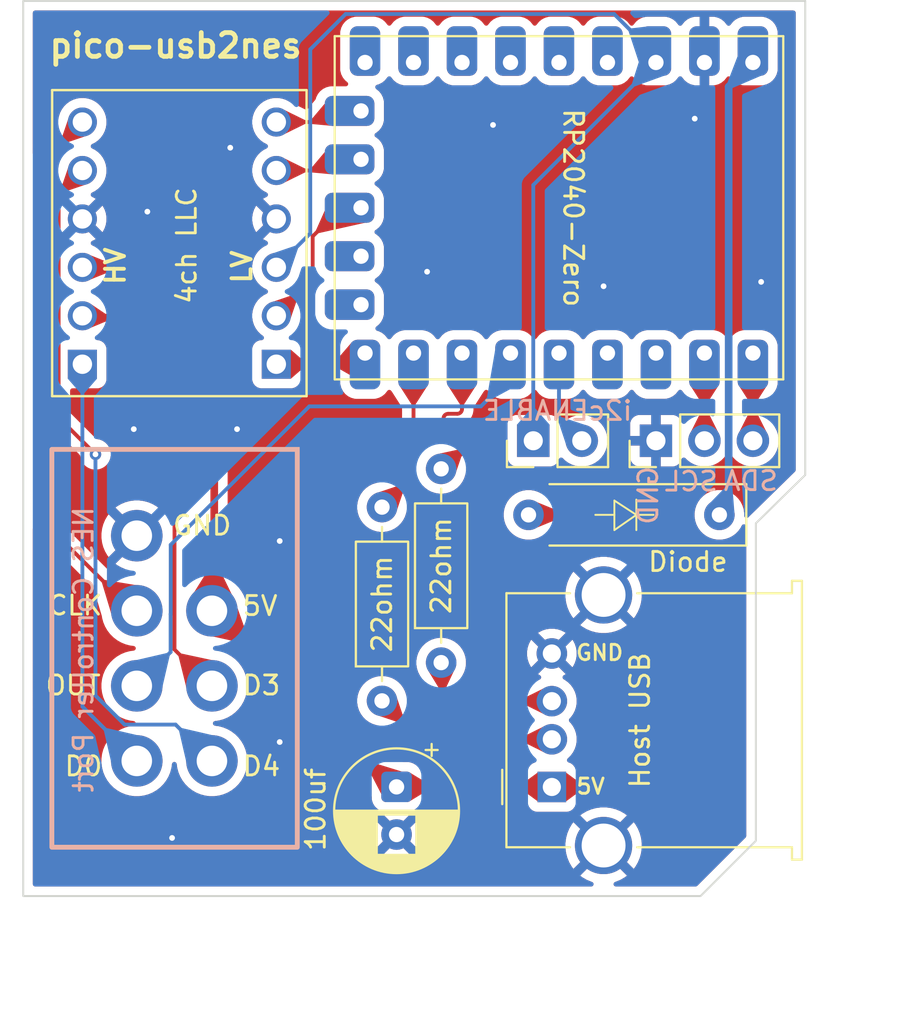
<source format=kicad_pcb>
(kicad_pcb (version 20241229) (generator "pcbnew") (generator_version "9.0")
  (layers (0 "F.Cu" signal) (2 "B.Cu" signal) (13 "F.Paste" user) (15 "B.Paste" user) (5 "F.SilkS" user "F.Silkscreen") (7 "B.SilkS" user "B.Silkscreen") (1 "F.Mask" user) (3 "B.Mask" user) (25 "Edge.Cuts" user))
  (net 0 "")
  (net 1 "5V")
  (net 2 "picoVIN")
  (net 3 "GND")
  (net 4 "pico_usb_d+")
  (net 5 "pico_usb_d-")
  (net 6 "pico3.3v")
  (net 7 "i2chosten")
  (net 8 "pico4017en")
  (net 9 "pico4017d4")
  (net 10 "pico4017d3")
  (net 11 "i2c2")
  (net 12 "i2c1")
  (net 13 "pico4017d0")
  (net 14 "usb_d+")
  (net 15 "usb_d-")
  (net 16 "nesd0")
  (net 17 "nesd4")
  (net 18 "nesd3")
  (net 19 "nesoe2")
  (net 20 "nesout0")
  (net 21 "backupled")
  (footprint "Capacitor_THT:CP_Radial_D6.3mm_P2.50mm" (layer "F.Cu") (at 136.7536 119.9788 -90)
    (property "Reference" "100uf" (at 1.182379 4.2418 90) (layer "F.SilkS"))
    (property "Value" "CP_Radial_D6.3mm_P2.50mm")
    (fp_line (start 1.49 1.04) (end 1.49 3.221) (stroke (width 0.12)) (layer "F.SilkS"))
    (fp_line (start 1.53 1.04) (end 1.53 3.218) (stroke (width 0.12)) (layer "F.SilkS"))
    (fp_line (start 1.57 1.04) (end 1.57 3.214) (stroke (width 0.12)) (layer "F.SilkS"))
    (fp_line (start 1.61 1.04) (end 1.61 3.21) (stroke (width 0.12)) (layer "F.SilkS"))
    (fp_line (start 1.65 1.04) (end 1.65 3.205) (stroke (width 0.12)) (layer "F.SilkS"))
    (fp_line (start 1.69 1.04) (end 1.69 3.2) (stroke (width 0.12)) (layer "F.SilkS"))
    (fp_line (start 1.73 1.04) (end 1.73 3.195) (stroke (width 0.12)) (layer "F.SilkS"))
    (fp_line (start 1.77 1.04) (end 1.77 3.188) (stroke (width 0.12)) (layer "F.SilkS"))
    (fp_line (start 1.81 1.04) (end 1.81 3.182) (stroke (width 0.12)) (layer "F.SilkS"))
    (fp_line (start 1.85 1.04) (end 1.85 3.174) (stroke (width 0.12)) (layer "F.SilkS"))
    (fp_line (start 1.89 1.04) (end 1.89 3.167) (stroke (width 0.12)) (layer "F.SilkS"))
    (fp_line (start 1.93 1.04) (end 1.93 3.159) (stroke (width 0.12)) (layer "F.SilkS"))
    (fp_line (start 1.97 1.04) (end 1.97 3.15) (stroke (width 0.12)) (layer "F.SilkS"))
    (fp_line (start 2.01 1.04) (end 2.01 3.14) (stroke (width 0.12)) (layer "F.SilkS"))
    (fp_line (start 2.05 1.04) (end 2.05 3.131) (stroke (width 0.12)) (layer "F.SilkS"))
    (fp_line (start 2.09 1.04) (end 2.09 3.12) (stroke (width 0.12)) (layer "F.SilkS"))
    (fp_line (start 2.13 1.04) (end 2.13 3.109) (stroke (width 0.12)) (layer "F.SilkS"))
    (fp_line (start 2.17 1.04) (end 2.17 3.098) (stroke (width 0.12)) (layer "F.SilkS"))
    (fp_line (start 2.21 1.04) (end 2.21 3.086) (stroke (width 0.12)) (layer "F.SilkS"))
    (fp_line (start 2.25 1.04) (end 2.25 3.073) (stroke (width 0.12)) (layer "F.SilkS"))
    (fp_line (start 2.29 1.04) (end 2.29 3.06) (stroke (width 0.12)) (layer "F.SilkS"))
    (fp_line (start 2.33 1.04) (end 2.33 3.047) (stroke (width 0.12)) (layer "F.SilkS"))
    (fp_line (start 2.37 1.04) (end 2.37 3.032) (stroke (width 0.12)) (layer "F.SilkS"))
    (fp_line (start 2.41 1.04) (end 2.41 3.017) (stroke (width 0.12)) (layer "F.SilkS"))
    (fp_line (start 2.45 1.04) (end 2.45 3.002) (stroke (width 0.12)) (layer "F.SilkS"))
    (fp_line (start 2.49 1.04) (end 2.49 2.986) (stroke (width 0.12)) (layer "F.SilkS"))
    (fp_line (start 2.53 1.04) (end 2.53 2.969) (stroke (width 0.12)) (layer "F.SilkS"))
    (fp_line (start 2.57 1.04) (end 2.57 2.952) (stroke (width 0.12)) (layer "F.SilkS"))
    (fp_line (start 2.61 1.04) (end 2.61 2.934) (stroke (width 0.12)) (layer "F.SilkS"))
    (fp_line (start 2.65 1.04) (end 2.65 2.915) (stroke (width 0.12)) (layer "F.SilkS"))
    (fp_line (start 2.69 1.04) (end 2.69 2.896) (stroke (width 0.12)) (layer "F.SilkS"))
    (fp_line (start 2.73 1.04) (end 2.73 2.876) (stroke (width 0.12)) (layer "F.SilkS"))
    (fp_line (start 2.77 1.04) (end 2.77 2.855) (stroke (width 0.12)) (layer "F.SilkS"))
    (fp_line (start 2.81 1.04) (end 2.81 2.834) (stroke (width 0.12)) (layer "F.SilkS"))
    (fp_line (start 2.85 1.04) (end 2.85 2.812) (stroke (width 0.12)) (layer "F.SilkS"))
    (fp_line (start 2.89 1.04) (end 2.89 2.789) (stroke (width 0.12)) (layer "F.SilkS"))
    (fp_line (start 2.93 1.04) (end 2.93 2.765) (stroke (width 0.12)) (layer "F.SilkS"))
    (fp_line (start 2.97 1.04) (end 2.97 2.741) (stroke (width 0.12)) (layer "F.SilkS"))
    (fp_line (start 3.01 1.04) (end 3.01 2.716) (stroke (width 0.12)) (layer "F.SilkS"))
    (fp_line (start 3.05 1.04) (end 3.05 2.69) (stroke (width 0.12)) (layer "F.SilkS"))
    (fp_line (start 3.09 1.04) (end 3.09 2.663) (stroke (width 0.12)) (layer "F.SilkS"))
    (fp_line (start 3.13 1.04) (end 3.13 2.636) (stroke (width 0.12)) (layer "F.SilkS"))
    (fp_line (start 3.17 1.04) (end 3.17 2.607) (stroke (width 0.12)) (layer "F.SilkS"))
    (fp_line (start 3.21 1.04) (end 3.21 2.577) (stroke (width 0.12)) (layer "F.SilkS"))
    (fp_line (start 3.25 1.04) (end 3.25 2.547) (stroke (width 0.12)) (layer "F.SilkS"))
    (fp_line (start 3.29 1.04) (end 3.29 2.516) (stroke (width 0.12)) (layer "F.SilkS"))
    (fp_line (start 3.33 1.04) (end 3.33 2.483) (stroke (width 0.12)) (layer "F.SilkS"))
    (fp_line (start 3.37 1.04) (end 3.37 2.45) (stroke (width 0.12)) (layer "F.SilkS"))
    (fp_line (start 3.41 1.04) (end 3.41 2.415) (stroke (width 0.12)) (layer "F.SilkS"))
    (fp_line (start 3.45 1.04) (end 3.45 2.379) (stroke (width 0.12)) (layer "F.SilkS"))
    (fp_line (start 3.49 1.04) (end 3.49 2.342) (stroke (width 0.12)) (layer "F.SilkS"))
    (fp_line (start 3.53 1.04) (end 3.53 2.304) (stroke (width 0.12)) (layer "F.SilkS"))
    (fp_line (start 4.49 -0.402) (end 4.49 0.402) (stroke (width 0.12)) (layer "F.SilkS"))
    (fp_line (start 4.45 -0.633) (end 4.45 0.633) (stroke (width 0.12)) (layer "F.SilkS"))
    (fp_line (start 4.41 -0.801) (end 4.41 0.801) (stroke (width 0.12)) (layer "F.SilkS"))
    (fp_line (start 4.37 -0.939) (end 4.37 0.939) (stroke (width 0.12)) (layer "F.SilkS"))
    (fp_line (start 4.33 -1.058) (end 4.33 1.058) (stroke (width 0.12)) (layer "F.SilkS"))
    (fp_line (start 4.29 -1.165) (end 4.29 1.165) (stroke (width 0.12)) (layer "F.SilkS"))
    (fp_line (start 4.25 -1.261) (end 4.25 1.261) (stroke (width 0.12)) (layer "F.SilkS"))
    (fp_line (start 4.21 -1.35) (end 4.21 1.35) (stroke (width 0.12)) (layer "F.SilkS"))
    (fp_line (start 4.17 -1.432) (end 4.17 1.432) (stroke (width 0.12)) (layer "F.SilkS"))
    (fp_line (start 4.13 -1.509) (end 4.13 1.509) (stroke (width 0.12)) (layer "F.SilkS"))
    (fp_line (start 4.09 -1.581) (end 4.09 1.581) (stroke (width 0.12)) (layer "F.SilkS"))
    (fp_line (start 4.05 -1.649) (end 4.05 1.649) (stroke (width 0.12)) (layer "F.SilkS"))
    (fp_line (start 4.01 -1.714) (end 4.01 1.714) (stroke (width 0.12)) (layer "F.SilkS"))
    (fp_line (start 3.97 -1.775) (end 3.97 1.775) (stroke (width 0.12)) (layer "F.SilkS"))
    (fp_line (start 3.93 -1.834) (end 3.93 1.834) (stroke (width 0.12)) (layer "F.SilkS"))
    (fp_line (start -2.250241 -1.839) (end -1.620241 -1.839) (stroke (width 0.12)) (layer "F.SilkS"))
    (fp_line (start 3.89 -1.89) (end 3.89 1.89) (stroke (width 0.12)) (layer "F.SilkS"))
    (fp_line (start 3.85 -1.943) (end 3.85 1.943) (stroke (width 0.12)) (layer "F.SilkS"))
    (fp_line (start 3.81 -1.995) (end 3.81 1.995) (stroke (width 0.12)) (layer "F.SilkS"))
    (fp_line (start 3.77 -2.044) (end 3.77 2.044) (stroke (width 0.12)) (layer "F.SilkS"))
    (fp_line (start 3.73 -2.091) (end 3.73 2.091) (stroke (width 0.12)) (layer "F.SilkS"))
    (fp_line (start 3.69 -2.137) (end 3.69 2.137) (stroke (width 0.12)) (layer "F.SilkS"))
    (fp_line (start -1.935241 -2.154) (end -1.935241 -1.524) (stroke (width 0.12)) (layer "F.SilkS"))
    (fp_line (start 3.65 -2.181) (end 3.65 2.181) (stroke (width 0.12)) (layer "F.SilkS"))
    (fp_line (start 3.61 -2.223) (end 3.61 2.223) (stroke (width 0.12)) (layer "F.SilkS"))
    (fp_line (start 3.57 -2.264) (end 3.57 2.264) (stroke (width 0.12)) (layer "F.SilkS"))
    (fp_line (start 3.53 -2.304) (end 3.53 -1.04) (stroke (width 0.12)) (layer "F.SilkS"))
    (fp_line (start 3.49 -2.342) (end 3.49 -1.04) (stroke (width 0.12)) (layer "F.SilkS"))
    (fp_line (start 3.45 -2.379) (end 3.45 -1.04) (stroke (width 0.12)) (layer "F.SilkS"))
    (fp_line (start 3.41 -2.415) (end 3.41 -1.04) (stroke (width 0.12)) (layer "F.SilkS"))
    (fp_line (start 3.37 -2.45) (end 3.37 -1.04) (stroke (width 0.12)) (layer "F.SilkS"))
    (fp_line (start 3.33 -2.483) (end 3.33 -1.04) (stroke (width 0.12)) (layer "F.SilkS"))
    (fp_line (start 3.29 -2.516) (end 3.29 -1.04) (stroke (width 0.12)) (layer "F.SilkS"))
    (fp_line (start 3.25 -2.547) (end 3.25 -1.04) (stroke (width 0.12)) (layer "F.SilkS"))
    (fp_line (start 3.21 -2.577) (end 3.21 -1.04) (stroke (width 0.12)) (layer "F.SilkS"))
    (fp_line (start 3.17 -2.607) (end 3.17 -1.04) (stroke (width 0.12)) (layer "F.SilkS"))
    (fp_line (start 3.13 -2.636) (end 3.13 -1.04) (stroke (width 0.12)) (layer "F.SilkS"))
    (fp_line (start 3.09 -2.663) (end 3.09 -1.04) (stroke (width 0.12)) (layer "F.SilkS"))
    (fp_line (start 3.05 -2.69) (end 3.05 -1.04) (stroke (width 0.12)) (layer "F.SilkS"))
    (fp_line (start 3.01 -2.716) (end 3.01 -1.04) (stroke (width 0.12)) (layer "F.SilkS"))
    (fp_line (start 2.97 -2.741) (end 2.97 -1.04) (stroke (width 0.12)) (layer "F.SilkS"))
    (fp_line (start 2.93 -2.765) (end 2.93 -1.04) (stroke (width 0.12)) (layer "F.SilkS"))
    (fp_line (start 2.89 -2.789) (end 2.89 -1.04) (stroke (width 0.12)) (layer "F.SilkS"))
    (fp_line (start 2.85 -2.812) (end 2.85 -1.04) (stroke (width 0.12)) (layer "F.SilkS"))
    (fp_line (start 2.81 -2.834) (end 2.81 -1.04) (stroke (width 0.12)) (layer "F.SilkS"))
    (fp_line (start 2.77 -2.855) (end 2.77 -1.04) (stroke (width 0.12)) (layer "F.SilkS"))
    (fp_line (start 2.73 -2.876) (end 2.73 -1.04) (stroke (width 0.12)) (layer "F.SilkS"))
    (fp_line (start 2.69 -2.896) (end 2.69 -1.04) (stroke (width 0.12)) (layer "F.SilkS"))
    (fp_line (start 2.65 -2.915) (end 2.65 -1.04) (stroke (width 0.12)) (layer "F.SilkS"))
    (fp_line (start 2.61 -2.934) (end 2.61 -1.04) (stroke (width 0.12)) (layer "F.SilkS"))
    (fp_line (start 2.57 -2.952) (end 2.57 -1.04) (stroke (width 0.12)) (layer "F.SilkS"))
    (fp_line (start 2.53 -2.969) (end 2.53 -1.04) (stroke (width 0.12)) (layer "F.SilkS"))
    (fp_line (start 2.49 -2.986) (end 2.49 -1.04) (stroke (width 0.12)) (layer "F.SilkS"))
    (fp_line (start 2.45 -3.002) (end 2.45 -1.04) (stroke (width 0.12)) (layer "F.SilkS"))
    (fp_line (start 2.41 -3.017) (end 2.41 -1.04) (stroke (width 0.12)) (layer "F.SilkS"))
    (fp_line (start 2.37 -3.032) (end 2.37 -1.04) (stroke (width 0.12)) (layer "F.SilkS"))
    (fp_line (start 2.33 -3.047) (end 2.33 -1.04) (stroke (width 0.12)) (layer "F.SilkS"))
    (fp_line (start 2.29 -3.06) (end 2.29 -1.04) (stroke (width 0.12)) (layer "F.SilkS"))
    (fp_line (start 2.25 -3.073) (end 2.25 -1.04) (stroke (width 0.12)) (layer "F.SilkS"))
    (fp_line (start 2.21 -3.086) (end 2.21 -1.04) (stroke (width 0.12)) (layer "F.SilkS"))
    (fp_line (start 2.17 -3.098) (end 2.17 -1.04) (stroke (width 0.12)) (layer "F.SilkS"))
    (fp_line (start 2.13 -3.109) (end 2.13 -1.04) (stroke (width 0.12)) (layer "F.SilkS"))
    (fp_line (start 2.09 -3.12) (end 2.09 -1.04) (stroke (width 0.12)) (layer "F.SilkS"))
    (fp_line (start 2.05 -3.131) (end 2.05 -1.04) (stroke (width 0.12)) (layer "F.SilkS"))
    (fp_line (start 2.01 -3.14) (end 2.01 -1.04) (stroke (width 0.12)) (layer "F.SilkS"))
    (fp_line (start 1.97 -3.15) (end 1.97 -1.04) (stroke (width 0.12)) (layer "F.SilkS"))
    (fp_line (start 1.93 -3.159) (end 1.93 -1.04) (stroke (width 0.12)) (layer "F.SilkS"))
    (fp_line (start 1.89 -3.167) (end 1.89 -1.04) (stroke (width 0.12)) (layer "F.SilkS"))
    (fp_line (start 1.85 -3.174) (end 1.85 -1.04) (stroke (width 0.12)) (layer "F.SilkS"))
    (fp_line (start 1.81 -3.182) (end 1.81 -1.04) (stroke (width 0.12)) (layer "F.SilkS"))
    (fp_line (start 1.77 -3.188) (end 1.77 -1.04) (stroke (width 0.12)) (layer "F.SilkS"))
    (fp_line (start 1.73 -3.195) (end 1.73 -1.04) (stroke (width 0.12)) (layer "F.SilkS"))
    (fp_line (start 1.69 -3.2) (end 1.69 -1.04) (stroke (width 0.12)) (layer "F.SilkS"))
    (fp_line (start 1.65 -3.205) (end 1.65 -1.04) (stroke (width 0.12)) (layer "F.SilkS"))
    (fp_line (start 1.61 -3.21) (end 1.61 -1.04) (stroke (width 0.12)) (layer "F.SilkS"))
    (fp_line (start 1.57 -3.214) (end 1.57 -1.04) (stroke (width 0.12)) (layer "F.SilkS"))
    (fp_line (start 1.53 -3.218) (end 1.53 -1.04) (stroke (width 0.12)) (layer "F.SilkS"))
    (fp_line (start 1.49 -3.221) (end 1.49 -1.04) (stroke (width 0.12)) (layer "F.SilkS"))
    (fp_line (start 1.45 -3.224) (end 1.45 3.224) (stroke (width 0.12)) (layer "F.SilkS"))
    (fp_line (start 1.41 -3.226) (end 1.41 3.226) (stroke (width 0.12)) (layer "F.SilkS"))
    (fp_line (start 1.37 -3.228) (end 1.37 3.228) (stroke (width 0.12)) (layer "F.SilkS"))
    (fp_line (start 1.33 -3.229) (end 1.33 3.229) (stroke (width 0.12)) (layer "F.SilkS"))
    (fp_line (start 1.25 -3.23) (end 1.25 3.23) (stroke (width 0.12)) (layer "F.SilkS"))
    (fp_line (start 1.29 -3.23) (end 1.29 3.23) (stroke (width 0.12)) (layer "F.SilkS"))
    (fp_circle (center 1.25 0) (end 4.52 0) (stroke (width 0.12)) (fill no) (layer "F.SilkS"))
    (pad "1" thru_hole roundrect (at 0 0 270) (size 1.6 1.6) (drill 0.8) (layers "*.Cu" "*.Mask") (roundrect_rratio 0.15625) (net 1 "5V"))
    (pad "2" thru_hole circle (at 2.5 0 270) (size 1.6 1.6) (drill 0.8) (layers "*.Cu" "*.Mask") (net 3 "GND"))
  )
  (footprint "Diode_SMD:D_MELF-RM10_Universal_Handsoldering" (layer "F.Cu") (at 148.6662 105.7148 180)
    (property "Reference" "Diode" (at -3.3528 -2.4638 0) (layer "F.SilkS"))
    (property "Value" "D_MELF-RM10_Universal_Handsoldering")
    (fp_line (start 3.9 -1.61) (end -6.41 -1.61) (stroke (width 0.12)) (layer "F.SilkS"))
    (fp_line (start 0.50118 0.75032) (end 0.50118 -0.79908) (stroke (width 0.1)) (layer "F.SilkS"))
    (fp_line (start 0.50118 0.00102) (end 1.4994 0.00102) (stroke (width 0.1)) (layer "F.SilkS"))
    (fp_line (start -0.64944 0.00102) (end 0.50118 0.75032) (stroke (width 0.1)) (layer "F.SilkS"))
    (fp_line (start -0.64944 0.00102) (end 0.50118 -0.79908) (stroke (width 0.1)) (layer "F.SilkS"))
    (fp_line (start -0.64944 0.00102) (end -1.55114 0.00102) (stroke (width 0.1)) (layer "F.SilkS"))
    (fp_line (start -0.64944 -0.79908) (end -0.64944 0.80112) (stroke (width 0.1)) (layer "F.SilkS"))
    (fp_line (start -6.41 1.61) (end 3.9 1.61) (stroke (width 0.12)) (layer "F.SilkS"))
    (fp_line (start -6.41 -1.61) (end -6.41 1.61) (stroke (width 0.12)) (layer "F.SilkS"))
    (pad "1" thru_hole circle (at -5 0 180) (size 1.6 1.6) (drill 0.8) (layers "*.Cu" "*.Mask") (net 2 "picoVIN"))
    (pad "2" thru_hole circle (at 5 0) (size 1.6 1.6) (drill 0.8) (layers "*.Cu" "*.Mask") (net 1 "5V"))
  )
  (footprint "Library:RP2040-Zero" (layer "F.Cu") (at 132.5626 79.4512 -90)
    (property "Reference" "REF**")
    (property "Value" "RP2040-Zero" (at 10.16 -13.45 270) (layer "F.SilkS"))
    (fp_line (start 1.16 -0.95) (end 19.16 -0.95) (stroke (width 0.12)) (layer "F.SilkS"))
    (fp_line (start 19.16 -0.95) (end 19.16 -24.45) (stroke (width 0.12)) (layer "F.SilkS"))
    (fp_line (start 1.16 -24.45) (end 1.16 -0.95) (stroke (width 0.12)) (layer "F.SilkS"))
    (fp_line (start 19.16 -24.45) (end 1.16 -24.45) (stroke (width 0.12)) (layer "F.SilkS"))
    (pad "1" thru_hole roundrect (at 17.78 -22.86 270) (size 2.6 1.6) (drill 0.8 (offset 0.6 0)) (layers "*.Cu" "*.Mask") (net 12 "i2c1"))
    (pad "2" thru_hole roundrect (at 17.78 -20.32 270) (size 2.6 1.6) (drill 0.8 (offset 0.6 0)) (layers "*.Cu" "*.Mask") (net 11 "i2c2"))
    (pad "3" thru_hole roundrect (at 17.78 -17.78 270) (size 2.6 1.6) (drill 0.8 (offset 0.6 0)) (layers "*.Cu" "*.Mask"))
    (pad "4" thru_hole roundrect (at 17.78 -15.24 270) (size 2.6 1.6) (drill 0.8 (offset 0.6 0)) (layers "*.Cu" "*.Mask"))
    (pad "5" thru_hole roundrect (at 17.78 -12.7 270) (size 2.6 1.6) (drill 0.8 (offset 0.6 0)) (layers "*.Cu" "*.Mask") (net 7 "i2chosten"))
    (pad "6" thru_hole roundrect (at 17.78 -10.16 270) (size 2.6 1.6002) (drill 0.8 (offset 0.6 0)) (layers "*.Cu" "*.Mask") (net 20 "nesout0"))
    (pad "7" thru_hole roundrect (at 17.78 -7.62 270) (size 2.6 1.6002) (drill 0.8 (offset 0.6 0)) (layers "*.Cu" "*.Mask") (net 4 "pico_usb_d+"))
    (pad "8" thru_hole roundrect (at 17.78 -5.08 270) (size 2.6 1.6002) (drill 0.8 (offset 0.6 0)) (layers "*.Cu" "*.Mask") (net 5 "pico_usb_d-"))
    (pad "9" thru_hole roundrect (at 17.78 -2.54 270) (size 2.6 1.6002) (drill 0.8 (offset 0.6 0)) (layers "*.Cu" "*.Mask") (net 13 "pico4017d0"))
    (pad "10" thru_hole roundrect (at 15.24 -2.33 270) (size 1.6 2.6) (drill 0.8 (offset 0 0.6)) (layers "*.Cu" "*.Mask"))
    (pad "11" thru_hole roundrect (at 12.7 -2.33 270) (size 1.5748 2.6) (drill 0.8 (offset 0 0.6)) (layers "*.Cu" "*.Mask"))
    (pad "12" thru_hole roundrect (at 10.16 -2.33 270) (size 1.5748 2.6) (drill 0.8 (offset 0 0.6)) (layers "*.Cu" "*.Mask") (net 10 "pico4017d3"))
    (pad "13" thru_hole roundrect (at 7.62 -2.33 270) (size 1.5748 2.6) (drill 0.8 (offset 0 0.6)) (layers "*.Cu" "*.Mask") (net 9 "pico4017d4"))
    (pad "14" thru_hole roundrect (at 5.08 -2.33 270) (size 1.5748 2.6) (drill 0.8 (offset 0 0.6)) (layers "*.Cu" "*.Mask") (net 8 "pico4017en"))
    (pad "15" thru_hole roundrect (at 2.54 -2.54 270) (size 2.6 1.6002) (drill 0.8 (offset -0.6 0)) (layers "*.Cu" "*.Mask") (net 21 "backupled"))
    (pad "16" thru_hole roundrect (at 2.54 -5.08 270) (size 2.6 1.6002) (drill 0.8 (offset -0.6 0)) (layers "*.Cu" "*.Mask"))
    (pad "17" thru_hole roundrect (at 2.54 -7.62 270) (size 2.6 1.6002) (drill 0.8 (offset -0.6 0)) (layers "*.Cu" "*.Mask"))
    (pad "18" thru_hole roundrect (at 2.54 -10.16 270) (size 2.6 1.6002) (drill 0.8 (offset -0.6 0)) (layers "*.Cu" "*.Mask"))
    (pad "19" thru_hole roundrect (at 2.54 -22.86 270) (size 2.6 1.6002) (drill 0.8 (offset -0.6 0)) (layers "*.Cu" "*.Mask") (net 2 "picoVIN"))
    (pad "20" thru_hole roundrect (at 2.54 -20.32 270) (size 2.6 1.6002) (drill 0.8 (offset -0.6 0)) (layers "*.Cu" "*.Mask") (net 3 "GND"))
    (pad "21" thru_hole roundrect (at 2.54 -17.78 270) (size 2.6 1.6002) (drill 0.8 (offset -0.6 0)) (layers "*.Cu" "*.Mask") (net 6 "pico3.3v"))
    (pad "22" thru_hole roundrect (at 2.54 -12.7 270) (size 2.6 1.6002) (drill 0.8 (offset -0.6 0)) (layers "*.Cu" "*.Mask"))
    (pad "23" thru_hole roundrect (at 2.54 -15.24 270) (size 2.6 1.6002) (drill 0.8 (offset -0.6 0)) (layers "*.Cu" "*.Mask"))
  )
  (footprint "Resistor_THT:R_Axial_DIN0207_L6.3mm_D2.5mm_P10.16mm_Horizontal" (layer "F.Cu") (at 139.0904 113.4628 90)
    (property "Reference" "22ohm" (at 5.08 0 90) (layer "F.SilkS"))
    (property "Value" "R_Axial_DIN0207_L6.3mm_D2.5mm_P10.16mm_Horizontal")
    (fp_line (start 9.12 0) (end 8.35 0) (stroke (width 0.12)) (layer "F.SilkS"))
    (fp_line (start 1.04 0) (end 1.81 0) (stroke (width 0.12)) (layer "F.SilkS"))
    (fp_rect (start 1.81 -1.37) (end 8.35 1.37) (stroke (width 0.12)) (fill no) (layer "F.SilkS"))
    (pad "1" thru_hole circle (at 0 0 90) (size 1.6 1.6) (drill 0.8) (layers "*.Cu" "*.Mask") (net 14 "usb_d+"))
    (pad "2" thru_hole circle (at 10.16 0 90) (size 1.6 1.6) (drill 0.8) (layers "*.Cu" "*.Mask") (net 4 "pico_usb_d+"))
  )
  (footprint "Library:CONV_BOB-12009" (layer "F.Cu") (at 125.3744 91.4654 180)
    (property "Reference" "4ch LLC" (at -0.381 -0.127 90) (layer "F.SilkS"))
    (property "Value" "CONV_BOB-12009")
    (fp_line (start 6.665 8.025) (end -6.665 8.025) (stroke (width 0.127)) (layer "F.SilkS"))
    (fp_line (start 6.665 -8.025) (end 6.665 8.025) (stroke (width 0.127)) (layer "F.SilkS"))
    (fp_line (start -6.665 8.025) (end -6.665 -8.025) (stroke (width 0.127)) (layer "F.SilkS"))
    (fp_line (start -6.665 -8.025) (end 6.665 -8.025) (stroke (width 0.127)) (layer "F.SilkS"))
    (pad "GND_1" thru_hole circle (at 5.08 1.27 180) (size 1.524 1.524) (drill 1.016) (layers "*.Cu" "*.Mask") (net 3 "GND"))
    (pad "GND_2" thru_hole circle (at -5.08 1.27 180) (size 1.524 1.524) (drill 1.016) (layers "*.Cu" "*.Mask") (net 3 "GND"))
    (pad "HV" thru_hole circle (at 5.08 -1.27 180) (size 1.524 1.524) (drill 1.016) (layers "*.Cu" "*.Mask") (net 1 "5V"))
    (pad "HV1" thru_hole rect (at 5.08 -6.35 180) (size 1.524 1.524) (drill 1.016) (layers "*.Cu" "*.Mask") (net 16 "nesd0"))
    (pad "HV2" thru_hole circle (at 5.08 -3.81 180) (size 1.524 1.524) (drill 1.016) (layers "*.Cu" "*.Mask") (net 18 "nesd3"))
    (pad "HV3" thru_hole circle (at 5.08 3.81 180) (size 1.524 1.524) (drill 1.016) (layers "*.Cu" "*.Mask") (net 17 "nesd4"))
    (pad "HV4" thru_hole circle (at 5.08 6.35 180) (size 1.524 1.524) (drill 1.016) (layers "*.Cu" "*.Mask") (net 19 "nesoe2"))
    (pad "LV" thru_hole circle (at -5.08 -1.27 180) (size 1.524 1.524) (drill 1.016) (layers "*.Cu" "*.Mask") (net 6 "pico3.3v"))
    (pad "LV1" thru_hole rect (at -5.08 -6.35 180) (size 1.524 1.524) (drill 1.016) (layers "*.Cu" "*.Mask") (net 13 "pico4017d0"))
    (pad "LV2" thru_hole circle (at -5.08 -3.81 180) (size 1.524 1.524) (drill 1.016) (layers "*.Cu" "*.Mask") (net 10 "pico4017d3"))
    (pad "LV3" thru_hole circle (at -5.08 3.81 180) (size 1.524 1.524) (drill 1.016) (layers "*.Cu" "*.Mask") (net 9 "pico4017d4"))
    (pad "LV4" thru_hole circle (at -5.08 6.35 180) (size 1.524 1.524) (drill 1.016) (layers "*.Cu" "*.Mask") (net 8 "pico4017en"))
  )
  (footprint "Connector_PinHeader_2.54mm:PinHeader_1x02_P2.54mm_Vertical" (layer "F.Cu") (at 143.9164 101.8286 90)
    (property "Reference" "i2cENABLE" (at 1.5748 1.27 0) (layer "B.SilkS") (effects (justify mirror)))
    (property "Value" "PinHeader_1x02_P2.54mm_Vertical")
    (fp_line (start -1.38 -1.38) (end 0 -1.38) (stroke (width 0.12)) (layer "F.SilkS"))
    (fp_line (start -1.38 0) (end -1.38 -1.38) (stroke (width 0.12)) (layer "F.SilkS"))
    (fp_line (start 1.38 1.27) (end 1.38 3.92) (stroke (width 0.12)) (layer "F.SilkS"))
    (fp_line (start -1.38 1.27) (end 1.38 1.27) (stroke (width 0.12)) (layer "F.SilkS"))
    (fp_line (start -1.38 1.27) (end -1.38 3.92) (stroke (width 0.12)) (layer "F.SilkS"))
    (fp_line (start -1.38 3.92) (end 1.38 3.92) (stroke (width 0.12)) (layer "F.SilkS"))
    (pad "1" thru_hole rect (at 0 0 90) (size 1.7 1.7) (drill 1) (layers "*.Cu" "*.Mask") (net 6 "pico3.3v"))
    (pad "2" thru_hole circle (at 0 2.54 90) (size 1.7 1.7) (drill 1) (layers "*.Cu" "*.Mask") (net 7 "i2chosten"))
  )
  (footprint "Library:NES controller port" (layer "F.Cu") (at 118.1914 112.776 90)
    (property "Reference" "NES Controller Port" (at 0 2.159 90) (layer "B.SilkS") (effects (justify mirror)))
    (property "Value" "NES controller port")
    (fp_rect (start 10.495 13.361) (end -10.368 0.504) (stroke (width 0.254)) (fill no) (layer "B.SilkS"))
    (pad "5V" thru_hole circle (at 2.032 8.89 90) (size 2.7 2.7) (drill 1.6) (layers "*.Cu" "*.Mask") (net 1 "5V"))
    (pad "C" thru_hole circle (at 2.032 4.953 90) (size 2.7 2.7) (drill 1.6) (layers "*.Cu" "*.Mask") (net 19 "nesoe2"))
    (pad "D0" thru_hole circle (at -5.842 4.953 90) (size 2.7 2.7) (drill 1.6) (layers "*.Cu" "*.Mask") (net 16 "nesd0"))
    (pad "D3" thru_hole circle (at -1.905 8.89 90) (size 2.7 2.7) (drill 1.6) (layers "*.Cu" "*.Mask") (net 18 "nesd3"))
    (pad "D4" thru_hole circle (at -5.842 8.89 90) (size 2.7 2.7) (drill 1.6) (layers "*.Cu" "*.Mask") (net 17 "nesd4"))
    (pad "G" thru_hole circle (at 5.969 4.953 90) (size 2.7 2.7) (drill 1.6) (layers "*.Cu" "*.Mask") (net 3 "GND"))
    (pad "L" thru_hole circle (at -1.905 4.953 90) (size 2.7 2.7) (drill 1.6) (layers "*.Cu" "*.Mask") (net 20 "nesout0"))
  )
  (footprint "Connector_PinHeader_2.54mm:PinHeader_1x03_P2.54mm_Vertical" (layer "F.Cu") (at 150.3426 101.8286 90)
    (property "Reference" "REF**" (hide yes))
    (property "Value" "PinHeader_1x03_P2.54mm_Vertical")
    (fp_line (start -1.38 -1.38) (end 0 -1.38) (stroke (width 0.12)) (layer "F.SilkS"))
    (fp_line (start -1.38 0) (end -1.38 -1.38) (stroke (width 0.12)) (layer "F.SilkS"))
    (fp_line (start 1.38 1.27) (end 1.38 6.46) (stroke (width 0.12)) (layer "F.SilkS"))
    (fp_line (start -1.38 1.27) (end 1.38 1.27) (stroke (width 0.12)) (layer "F.SilkS"))
    (fp_line (start -1.38 1.27) (end -1.38 6.46) (stroke (width 0.12)) (layer "F.SilkS"))
    (fp_line (start -1.38 6.46) (end 1.38 6.46) (stroke (width 0.12)) (layer "F.SilkS"))
    (pad "1" thru_hole rect (at 0 0 90) (size 1.7 1.7) (drill 1) (layers "*.Cu" "*.Mask") (net 3 "GND"))
    (pad "2" thru_hole circle (at 0 2.54 90) (size 1.7 1.7) (drill 1) (layers "*.Cu" "*.Mask") (net 11 "i2c2"))
    (pad "3" thru_hole circle (at 0 5.08 90) (size 1.7 1.7) (drill 1) (layers "*.Cu" "*.Mask") (net 12 "i2c1"))
  )
  (footprint "Connector_USB:USB_A_Molex_67643_Horizontal" (layer "F.Cu") (at 144.8894 119.9844 90)
    (property "Reference" "Host USB" (at 3.5 4.615 90) (layer "F.SilkS"))
    (property "Value" "USB_A_Molex_67643_Horizontal")
    (fp_line (start -0.9 -2.6) (end 0.9 -2.6) (stroke (width 0.12)) (layer "F.SilkS"))
    (fp_line (start 10.16 -2.38) (end 10.16 0.95) (stroke (width 0.12)) (layer "F.SilkS"))
    (fp_line (start -3.16 -2.38) (end 10.16 -2.38) (stroke (width 0.12)) (layer "F.SilkS"))
    (fp_line (start -3.16 -2.38) (end -3.16 0.95) (stroke (width 0.12)) (layer "F.SilkS"))
    (fp_line (start 10.16 4.47) (end 10.16 12.58) (stroke (width 0.12)) (layer "F.SilkS"))
    (fp_line (start 10.81 12.58) (end 10.16 12.58) (stroke (width 0.12)) (layer "F.SilkS"))
    (fp_line (start -3.16 12.58) (end -3.16 4.47) (stroke (width 0.12)) (layer "F.SilkS"))
    (fp_line (start -3.16 12.58) (end -3.81 12.58) (stroke (width 0.12)) (layer "F.SilkS"))
    (fp_line (start -3.81 12.58) (end -3.81 13.1) (stroke (width 0.12)) (layer "F.SilkS"))
    (fp_line (start 10.81 13.1) (end 10.81 12.58) (stroke (width 0.12)) (layer "F.SilkS"))
    (fp_line (start -3.81 13.1) (end 10.81 13.1) (stroke (width 0.12)) (layer "F.SilkS"))
    (pad "1" thru_hole rect (at 0 0 90) (size 1.6 1.5) (drill 0.95) (layers "*.Cu" "*.Mask") (net 1 "5V"))
    (pad "2" thru_hole circle (at 2.5 0 90) (size 1.6 1.6) (drill 0.95) (layers "*.Cu" "*.Mask") (net 15 "usb_d-"))
    (pad "3" thru_hole circle (at 4.5 0 90) (size 1.6 1.6) (drill 0.95) (layers "*.Cu" "*.Mask") (net 14 "usb_d+"))
    (pad "4" thru_hole circle (at 7 0 90) (size 1.6 1.6) (drill 0.95) (layers "*.Cu" "*.Mask") (net 3 "GND"))
    (pad "5" thru_hole circle (at -3.07 2.71 90) (size 3 3) (drill 2.3) (layers "*.Cu" "*.Mask") (net 3 "GND"))
    (pad "5" thru_hole circle (at 10.07 2.71 90) (size 3 3) (drill 2.3) (layers "*.Cu" "*.Mask") (net 3 "GND"))
  )
  (footprint "Resistor_THT:R_Axial_DIN0207_L6.3mm_D2.5mm_P10.16mm_Horizontal" (layer "F.Cu") (at 135.9916 115.4694 90)
    (property "Reference" "22ohm" (at 5.08 0 90) (layer "F.SilkS"))
    (property "Value" "R_Axial_DIN0207_L6.3mm_D2.5mm_P10.16mm_Horizontal")
    (fp_line (start 9.12 0) (end 8.35 0) (stroke (width 0.12)) (layer "F.SilkS"))
    (fp_line (start 1.04 0) (end 1.81 0) (stroke (width 0.12)) (layer "F.SilkS"))
    (fp_rect (start 1.81 -1.37) (end 8.35 1.37) (stroke (width 0.12)) (fill no) (layer "F.SilkS"))
    (pad "1" thru_hole circle (at 0 0 90) (size 1.6 1.6) (drill 0.8) (layers "*.Cu" "*.Mask") (net 15 "usb_d-"))
    (pad "2" thru_hole circle (at 10.16 0 90) (size 1.6 1.6) (drill 0.8) (layers "*.Cu" "*.Mask") (net 5 "pico_usb_d-"))
  )
  (gr_poly (pts (xy 117.196558 125.7046) (xy 152.6794 125.7046) (xy 155.575 122.809) (xy 155.575 106.158145) (xy 156.1084 105.6386) (xy 158.1658 103.619966) (xy 158.1658 78.7654) (xy 117.5004 78.7654) (xy 117.1956 78.7654)) (stroke (width 0.1)) (fill no) (layer "Edge.Cuts"))
  (gr_text "LV" (at 129.2352 93.6752 90) (layer "F.SilkS") (effects (font (size 1 1) (thickness 0.2) (bold yes)) (justify left bottom)))
  (gr_text "HV" (at 122.6058 93.7514 90) (layer "F.SilkS") (effects (font (size 1 1) (thickness 0.2) (bold yes)) (justify left bottom)))
  (gr_text "D0" (at 119.2784 119.4816 0) (layer "F.SilkS") (effects (font (size 1 1)) (justify left bottom)))
  (gr_text "GND" (at 146.0754 113.411 0) (layer "F.SilkS") (effects (font (size 0.8 0.8)) (justify left bottom)))
  (gr_text "CLK" (at 118.4148 111.0488 0) (layer "F.SilkS") (effects (font (size 1 1)) (justify left bottom)))
  (gr_text "OUT" (at 118.2878 115.2398 0) (layer "F.SilkS") (effects (font (size 1 1)) (justify left bottom)))
  (gr_text "D4" (at 128.6002 119.4816 0) (layer "F.SilkS") (effects (font (size 1 1)) (justify left bottom)))
  (gr_text "5V" (at 128.6002 111.0742 0) (layer "F.SilkS") (effects (font (size 1 1)) (justify left bottom)))
  (gr_text "pico-usb2nes" (at 118.4402 81.8388 0) (layer "F.SilkS") (effects (font (size 1.25 1.25) (thickness 0.25) (bold yes)) (justify left bottom)))
  (gr_text "GND" (at 124.9426 106.8578 0) (layer "F.SilkS") (effects (font (size 1 1)) (justify left bottom)))
  (gr_text "5V" (at 146.1008 120.4214 0) (layer "F.SilkS") (effects (font (size 0.8 0.8)) (justify left bottom)))
  (gr_text "D3" (at 128.6002 115.2398 0) (layer "F.SilkS") (effects (font (size 1 1)) (justify left bottom)))
  (gr_text "SDA" (at 156.8196 104.521 0) (layer "B.SilkS") (effects (font (size 1 1)) (justify left bottom mirror)))
  (gr_text "GND" (at 150.5204 103.0732 90) (layer "B.SilkS") (effects (font (size 1 1)) (justify left bottom mirror)))
  (gr_text "SCL" (at 153.67 104.5464 0) (layer "B.SilkS") (effects (font (size 1 1)) (justify left bottom mirror)))
  (segment (start 122.4788 92.7354) (end 120.2944 92.7354) (width 0.4) (layer "F.Cu") (net 1))
  (segment (start 147.3708 105.7148) (end 143.6662 105.7148) (width 0.4) (layer "F.Cu") (net 1))
  (segment (start 127.2032 97.4598) (end 122.4788 92.7354) (width 0.4) (layer "F.Cu") (net 1))
  (segment (start 144.8894 119.9844) (end 147.2236 119.9844) (width 0.4) (layer "F.Cu") (net 1))
  (segment (start 127.2032 110.6678) (end 127.2032 97.4598) (width 0.4) (layer "F.Cu") (net 1))
  (segment (start 136.7536 119.9788) (end 144.8838 119.9788) (width 0.4) (layer "F.Cu") (net 1))
  (segment (start 150.9014 109.2454) (end 147.3708 105.7148) (width 0.4) (layer "F.Cu") (net 1))
  (segment (start 136.5142 119.9788) (end 136.7536 119.9788) (width 0.2) (layer "F.Cu") (net 1))
  (segment (start 147.2236 119.9844) (end 150.9014 116.3066) (width 0.4) (layer "F.Cu") (net 1))
  (segment (start 136.5142 119.9788) (end 127.2032 110.6678) (width 0.4) (layer "F.Cu") (net 1))
  (segment (start 150.9014 116.3066) (end 150.9014 109.2454) (width 0.4) (layer "F.Cu") (net 1))
  (segment (start 144.8838 119.9788) (end 144.8894 119.9844) (width 0.2) (layer "F.Cu") (net 1))
  (segment (start 154.1526 83.2612) (end 155.4226 81.9912) (width 0.4) (layer "B.Cu") (net 2))
  (segment (start 153.6662 105.7148) (end 154.1526 105.2284) (width 0.4) (layer "B.Cu") (net 2))
  (segment (start 154.1526 105.2284) (end 154.1526 83.2612) (width 0.4) (layer "B.Cu") (net 2))
  (via (at 152.3746 84.9376) (size 0.6) (drill 0.3) (layers "F.Cu" "B.Cu") (net 3))
  (via (at 155.8544 93.4974) (size 0.6) (drill 0.3) (layers "F.Cu" "B.Cu") (net 3))
  (via (at 141.8082 85.2678) (size 0.6) (drill 0.3) (layers "F.Cu" "B.Cu") (net 3))
  (via (at 124.9934 122.6566) (size 0.6) (drill 0.3) (layers "F.Cu" "B.Cu") (net 3))
  (via (at 138.3538 92.964) (size 0.6) (drill 0.3) (layers "F.Cu" "B.Cu") (net 3))
  (via (at 128.397 101.219) (size 0.6) (drill 0.3) (layers "F.Cu" "B.Cu") (net 3))
  (via (at 147.5994 93.726) (size 0.6) (drill 0.3) (layers "F.Cu" "B.Cu") (net 3))
  (via (at 123.698 89.8144) (size 0.6) (drill 0.3) (layers "F.Cu" "B.Cu") (net 3))
  (via (at 130.6322 117.6274) (size 0.6) (drill 0.3) (layers "F.Cu" "B.Cu") (net 3))
  (via (at 122.9868 101.219) (size 0.6) (drill 0.3) (layers "F.Cu" "B.Cu") (net 3))
  (via (at 128.0414 86.4616) (size 0.6) (drill 0.3) (layers "F.Cu" "B.Cu") (net 3))
  (via (at 130.6322 107.0864) (size 0.6) (drill 0.3) (layers "F.Cu" "B.Cu") (net 3))
  (segment (start 139.4606 100.413909) (end 139.9346 100.413909) (width 0.2) (layer "F.Cu") (net 4))
  (segment (start 140.1826 99.781574) (end 140.1826 97.2312) (width 0.2) (layer "F.Cu") (net 4))
  (segment (start 139.2126 100.785909) (end 139.2126 100.661909) (width 0.2) (layer "F.Cu") (net 4))
  (segment (start 140.1826 100.041909) (end 140.1826 99.781574) (width 0.2) (layer "F.Cu") (net 4))
  (segment (start 140.1826 100.165909) (end 140.1826 100.041909) (width 0.2) (layer "F.Cu") (net 4))
  (segment (start 139.9346 101.033909) (end 139.4606 101.033909) (width 0.2) (layer "F.Cu") (net 4))
  (segment (start 139.3688 103.3028) (end 140.1826 102.489) (width 0.2) (layer "F.Cu") (net 4))
  (segment (start 140.1826 97.2312) (end 140.3604 97.409) (width 0.2) (layer "F.Cu") (net 4))
  (segment (start 140.1826 102.489) (end 140.1826 101.281909) (width 0.2) (layer "F.Cu") (net 4))
  (segment (start 139.0904 103.3028) (end 139.3688 103.3028) (width 0.2) (layer "F.Cu") (net 4))
  (arc (start 139.4606 101.033909) (mid 139.285238 100.961271) (end 139.2126 100.785909) (width 0.2) (layer "F.Cu") (net 4))
  (arc (start 140.1826 101.281909) (mid 140.109962 101.106547) (end 139.9346 101.033909) (width 0.2) (layer "F.Cu") (net 4))
  (arc (start 139.9346 100.413909) (mid 140.109962 100.341271) (end 140.1826 100.165909) (width 0.2) (layer "F.Cu") (net 4))
  (arc (start 139.2126 100.661909) (mid 139.285238 100.486547) (end 139.4606 100.413909) (width 0.2) (layer "F.Cu") (net 4))
  (segment (start 137.6426 97.2312) (end 137.287 97.5868) (width 0.2) (layer "F.Cu") (net 5))
  (segment (start 137.6426 97.2312) (end 137.6426 103.6584) (width 0.2) (layer "F.Cu") (net 5))
  (segment (start 137.6426 103.6584) (end 135.9916 105.3094) (width 0.2) (layer "F.Cu") (net 5))
  (segment (start 132.2324 90.9574) (end 130.4544 92.7354) (width 0.2) (layer "B.Cu") (net 6))
  (segment (start 150.3426 81.9912) (end 150.3426 81.639764) (width 0.2) (layer "B.Cu") (net 6))
  (segment (start 148.154036 79.4512) (end 134.0866 79.4512) (width 0.2) (layer "B.Cu") (net 6))
  (segment (start 134.0866 79.4512) (end 132.2324 81.3054) (width 0.2) (layer "B.Cu") (net 6))
  (segment (start 132.2324 81.3054) (end 132.2324 90.9574) (width 0.2) (layer "B.Cu") (net 6))
  (segment (start 150.3426 81.639764) (end 148.154036 79.4512) (width 0.2) (layer "B.Cu") (net 6))
  (segment (start 143.9164 88.4174) (end 143.9164 101.8286) (width 0.2) (layer "B.Cu") (net 6))
  (segment (start 150.3426 81.9912) (end 143.9164 88.4174) (width 0.2) (layer "B.Cu") (net 6))
  (segment (start 145.2626 100.6348) (end 146.4564 101.8286) (width 0.2) (layer "B.Cu") (net 7))
  (segment (start 145.2626 97.2312) (end 145.2626 100.6348) (width 0.2) (layer "B.Cu") (net 7))
  (segment (start 130.4544 85.1154) (end 134.3084 85.1154) (width 0.2) (layer "F.Cu") (net 8))
  (segment (start 134.3084 85.1154) (end 134.8926 84.5312) (width 0.2) (layer "F.Cu") (net 8))
  (segment (start 134.3084 87.6554) (end 134.8926 87.0712) (width 0.2) (layer "F.Cu") (net 9))
  (segment (start 130.4544 87.6554) (end 134.3084 87.6554) (width 0.2) (layer "F.Cu") (net 9))
  (segment (start 130.4544 95.2754) (end 132.3594 93.3704) (width 0.2) (layer "F.Cu") (net 10))
  (segment (start 132.3594 91.1098) (end 133.858 89.6112) (width 0.2) (layer "F.Cu") (net 10))
  (segment (start 133.858 89.6112) (end 134.8926 89.6112) (width 0.2) (layer "F.Cu") (net 10))
  (segment (start 132.3594 93.3704) (end 132.3594 91.1098) (width 0.2) (layer "F.Cu") (net 10))
  (segment (start 152.8826 97.2312) (end 152.8826 101.8286) (width 0.2) (layer "F.Cu") (net 11))
  (segment (start 155.4226 97.2312) (end 155.4226 101.8286) (width 0.2) (layer "F.Cu") (net 12))
  (segment (start 134.5184 97.8154) (end 135.1026 97.2312) (width 0.2) (layer "F.Cu") (net 13))
  (segment (start 130.4544 97.8154) (end 134.5184 97.8154) (width 0.2) (layer "F.Cu") (net 13))
  (segment (start 140.851084 115.4844) (end 141.047849 115.4844) (width 0.2) (layer "F.Cu") (net 14))
  (segment (start 141.761849 115.6884) (end 141.761849 116.1304) (width 0.2) (layer "F.Cu") (net 14))
  (segment (start 141.761849 114.8384) (end 141.761849 115.2804) (width 0.2) (layer "F.Cu") (net 14))
  (segment (start 140.826488 115.4844) (end 140.851084 115.4844) (width 0.2) (layer "F.Cu") (net 14))
  (segment (start 142.577849 115.4844) (end 142.646567 115.4844) (width 0.2) (layer "F.Cu") (net 14))
  (segment (start 141.761849 115.2804) (end 141.761849 115.6884) (width 0.2) (layer "F.Cu") (net 14))
  (segment (start 141.251849 115.2804) (end 141.251849 114.8384) (width 0.2) (layer "F.Cu") (net 14))
  (segment (start 140.629723 115.4844) (end 139.6906 115.4844) (width 0.2) (layer "F.Cu") (net 14))
  (segment (start 139.0904 114.8842) (end 139.0904 113.4628) (width 0.2) (layer "F.Cu") (net 14))
  (segment (start 141.455849 114.6344) (end 141.557849 114.6344) (width 0.2) (layer "F.Cu") (net 14))
  (segment (start 140.70351 115.4844) (end 140.629723 115.4844) (width 0.2) (layer "F.Cu") (net 14))
  (segment (start 141.965849 116.3344) (end 142.067849 116.3344) (width 0.2) (layer "F.Cu") (net 14))
  (segment (start 142.475849 115.4844) (end 142.577849 115.4844) (width 0.2) (layer "F.Cu") (net 14))
  (segment (start 139.6906 115.4844) (end 139.0904 114.8842) (width 0.2) (layer "F.Cu") (net 14))
  (segment (start 142.646567 115.4844) (end 144.8894 115.4844) (width 0.2) (layer "F.Cu") (net 14))
  (segment (start 140.826488 115.4844) (end 140.70351 115.4844) (width 0.2) (layer "F.Cu") (net 14))
  (segment (start 142.271849 116.1304) (end 142.271849 115.6884) (width 0.2) (layer "F.Cu") (net 14))
  (arc (start 142.067849 116.3344) (mid 142.212099 116.27465) (end 142.271849 116.1304) (width 0.2) (layer "F.Cu") (net 14))
  (arc (start 141.557849 114.6344) (mid 141.702099 114.69415) (end 141.761849 114.8384) (width 0.2) (layer "F.Cu") (net 14))
  (arc (start 141.047849 115.4844) (mid 141.192099 115.42465) (end 141.251849 115.2804) (width 0.2) (layer "F.Cu") (net 14))
  (arc (start 141.251849 114.8384) (mid 141.311599 114.69415) (end 141.455849 114.6344) (width 0.2) (layer "F.Cu") (net 14))
  (arc (start 142.271849 115.6884) (mid 142.331599 115.54415) (end 142.475849 115.4844) (width 0.2) (layer "F.Cu") (net 14))
  (arc (start 141.761849 116.1304) (mid 141.821599 116.27465) (end 141.965849 116.3344) (width 0.2) (layer "F.Cu") (net 14))
  (segment (start 135.9916 115.4694) (end 138.0066 117.4844) (width 0.2) (layer "F.Cu") (net 15))
  (segment (start 138.0066 117.4844) (end 144.8894 117.4844) (width 0.2) (layer "F.Cu") (net 15))
  (segment (start 123.2714 118.618) (end 123.1444 118.618) (width 0.2) (layer "B.Cu") (net 16))
  (segment (start 123.1444 118.618) (end 120.2944 115.768) (width 0.2) (layer "B.Cu") (net 16))
  (segment (start 120.2944 115.768) (end 120.2944 97.8154) (width 0.2) (layer "B.Cu") (net 16))
  (segment (start 119.0498 100.6094) (end 119.0498 88.9) (width 0.2) (layer "F.Cu") (net 17))
  (segment (start 119.0498 88.9) (end 120.2944 87.6554) (width 0.2) (layer "F.Cu") (net 17))
  (segment (start 120.9802 102.5398) (end 119.0498 100.6094) (width 0.2) (layer "F.Cu") (net 17))
  (via (at 120.9802 102.5398) (size 0.6) (drill 0.3) (layers "F.Cu" "B.Cu") (net 17))
  (segment (start 120.9802 115.189) (end 120.9802 102.5398) (width 0.2) (layer "B.Cu") (net 17))
  (segment (start 126.7714 118.618) (end 126.7714 118.308) (width 0.2) (layer "B.Cu") (net 17))
  (segment (start 125.1764 116.713) (end 122.5042 116.713) (width 0.2) (layer "B.Cu") (net 17))
  (segment (start 126.7714 118.308) (end 125.1764 116.713) (width 0.2) (layer "B.Cu") (net 17))
  (segment (start 122.5042 116.713) (end 120.9802 115.189) (width 0.2) (layer "B.Cu") (net 17))
  (segment (start 125.1204 98.8314) (end 121.5644 95.2754) (width 0.2) (layer "F.Cu") (net 18))
  (segment (start 121.5644 95.2754) (end 120.2944 95.2754) (width 0.2) (layer "F.Cu") (net 18))
  (segment (start 127.0814 114.681) (end 127.0254 114.681) (width 0.2) (layer "F.Cu") (net 18))
  (segment (start 125.1204 112.776) (end 125.1204 98.8314) (width 0.2) (layer "F.Cu") (net 18))
  (segment (start 127.0254 114.681) (end 125.1204 112.776) (width 0.2) (layer "F.Cu") (net 18))
  (segment (start 122.936 110.744) (end 118.5418 106.3498) (width 0.2) (layer "F.Cu") (net 19))
  (segment (start 123.1444 110.744) (end 122.936 110.744) (width 0.2) (layer "F.Cu") (net 19))
  (segment (start 118.5418 86.868) (end 120.2944 85.1154) (width 0.2) (layer "F.Cu") (net 19))
  (segment (start 118.5418 106.3498) (end 118.5418 86.868) (width 0.2) (layer "F.Cu") (net 19))
  (segment (start 142.7226 97.582636) (end 142.7226 97.2312) (width 0.2) (layer "F.Cu") (net 20))
  (segment (start 132.1816 100.0252) (end 141.1732 100.0252) (width 0.2) (layer "B.Cu") (net 20))
  (segment (start 142.7226 98.4758) (end 142.7226 97.2312) (width 0.2) (layer "B.Cu") (net 20))
  (segment (start 141.1732 100.0252) (end 142.7226 98.4758) (width 0.2) (layer "B.Cu") (net 20))
  (segment (start 124.9172 112.9082) (end 124.9172 110.925067) (width 0.2) (layer "B.Cu") (net 20))
  (segment (start 124.9224 107.2844) (end 132.1816 100.0252) (width 0.2) (layer "B.Cu") (net 20))
  (segment (start 124.9172 110.925067) (end 124.9224 110.919867) (width 0.2) (layer "B.Cu") (net 20))
  (segment (start 123.3984 114.427) (end 124.9172 112.9082) (width 0.2) (layer "B.Cu") (net 20))
  (segment (start 124.9224 110.919867) (end 124.9224 107.2844) (width 0.2) (layer "B.Cu") (net 20))
  (segment (start 123.2714 114.427) (end 123.3984 114.427) (width 0.2) (layer "B.Cu") (net 20))
  (zone (net 0) (net_name "") (layers "F.Cu" "B.Cu") (connect_pads (clearance 0)) (min_thickness 0.25)
    (keepout (tracks allowed) (vias allowed) (pads allowed) (copperpour not_allowed) (footprints allowed))
    (fill (thermal_gap 0.5) (thermal_bridge_width 0.5))
    (polygon (pts (xy 130.7846 92.6846) (xy 130.7846 87.2998) (xy 132.8928 87.2998) (xy 133.096 87.503) (xy 133.096 92.6592) (xy 133.0706 92.6846)))
  )
  (zone (net 3) (net_name "GND") (layers "F.Cu" "B.Cu") (connect_pads (clearance 0.5)) (min_thickness 0.25) (fill yes (thermal_gap 0.5) (thermal_bridge_width 0.5))
    (polygon (pts (xy 117.5258 79.1464) (xy 117.5258 125.476) (xy 152.6032 125.476) (xy 155.321 122.7582) (xy 155.321 106.0704) (xy 157.988 103.4034) (xy 157.988 79.1464)))
  )
)
</source>
